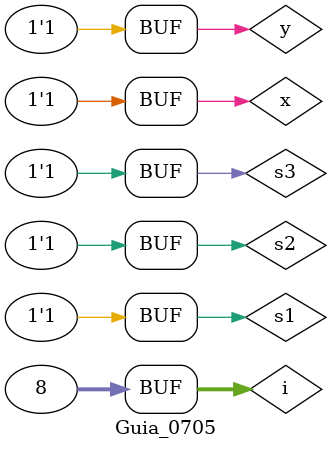
<source format=v>

module f0705( output a, output b, output c, output d, output e, output f, output g, output h,
              input x, input y 
            );
    not  NOT1  (  a , x  ); // saida do NOT_X
    not  NOT2  (  b , y  ); // saida do NOT_Y
    and  AND1  ( c, x, y ); // saida do AND
    nand NAND1 ( d, x, y ); // saida do NAND
    or   OR1   ( e, x, y ); // saida do OR
    nor  NOR1  ( f, x, y ); // saida do NOR
    xor  XOR1  ( g, x, y ); // saida do XOR
    xnor XNOR1 ( h, x, y ); // saida do XNOR
endmodule // f0705

// ------------------------- 
//  Multiplexador com 3 bits para Selecao
// ------------------------- 
module mux ( output z, 
             input a, input b, input c, input d, input e, input f, input g, input h,
             input select1, input select2, input select3 
           ); 
    // definir dados locais 
    wire not_select1, not_select2, not_select3; 
    wire sa, sb, sc, sd, se, sf, sg, sh; 
    // descrever por portas 
    not NOT1 ( not_select1, select1 ); 
    not NOT2 ( not_select2, select2 ); 
    not NOT3 ( not_select3, select3 ); 
    and AND1 ( sa, a, not_select1, not_select2, not_select3 ); 
    and AND2 ( sb, b, not_select1, not_select2,     select3 ); 
    and AND3 ( sc, c, not_select1,     select2, not_select3 ); 
    and AND4 ( sd, d, not_select1,     select2,     select3 ); 
    and AND5 ( se, e,     select1, not_select2, not_select3 ); 
    and AND6 ( sf, f,     select1, not_select2,     select3 ); 
    and AND7 ( sg, g,     select1,     select2, not_select3 ); 
    and AND8 ( sh, h,     select1,     select2,     select3 ); 
    or  OR1  ( z, sa, sb, sc, sd, se, sf, sg, sh ); 
endmodule // mux 

// ------------------------- 
//  Guia_0705 - Modulo de Teste 
// -------------------------
module Guia_0705; 
    // ------------------------- definir dados 
    reg  x = 0, y = 0; // inputs
    reg  s1 = 0;       // input selecionavel
    reg  s2 = 0;       // input selecionavel
    reg  s3 = 0;       // input selecionavel
    wire z;            // output MUX
    wire a, b;         // output NOT_X/NOT_Y
    wire c, d;         // output AND/NAND
    wire e, f;         // output OR/NOR
    wire g, h;         // output XOR/XNOR
    integer i = 0;

    // instancias
    f0705 GATES ( a, b, c, d, e, f, g, h, x, y );
    mux MUX1( z, a, b, c, d, e, f, g, h, s1, s2, s3 );

    // valores iniciais 
    initial begin: start 
        x=1'b0; y=1'b0; s1=1'b0; s2=1'b0; s3=1'b0;
    end // start
    
    // ------------------------- parte principal 
    initial begin : main 
        $display("Guia_0705 - Teste"); 
        $display("LU's module:");
        $display( "   x    y   NOTX NOTY AND NAND  OR   NOR  XOR XNOR  s1   s2   S3   MUX" );
        $monitor("%4b %4b %4b %4b %4b %4b %4b %4b %4b %4b %4b %4b %4b %4b", x, y, a, b, c, d, e, f, g, h, s1, s2, s3, z ); 
        for (i = 0; i < 8; i = i + 1) begin
            { x, y } = i;
            { s1, s2, s3 } = i;
            #1;
        end // for
    end // main 
endmodule // Guia_0705 
</source>
